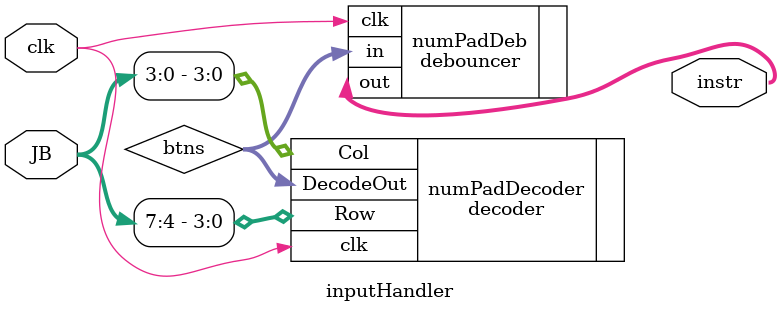
<source format=v>
`timescale 1ns / 1ps
module inputHandler(
	input wire clk,
	inout wire [7:0] JB,
	output wire [3:0] instr
	);
	 
	 wire [3:0] btns;
	 
	 decoder numPadDecoder(
				.clk(clk),
				.Row(JB[7:4]),
				.Col(JB[3:0]),
				.DecodeOut(btns)
	 );
	 
	 debouncer numPadDeb(
					.clk(clk),
					.in(btns),
					.out(instr)
	 );


endmodule

</source>
